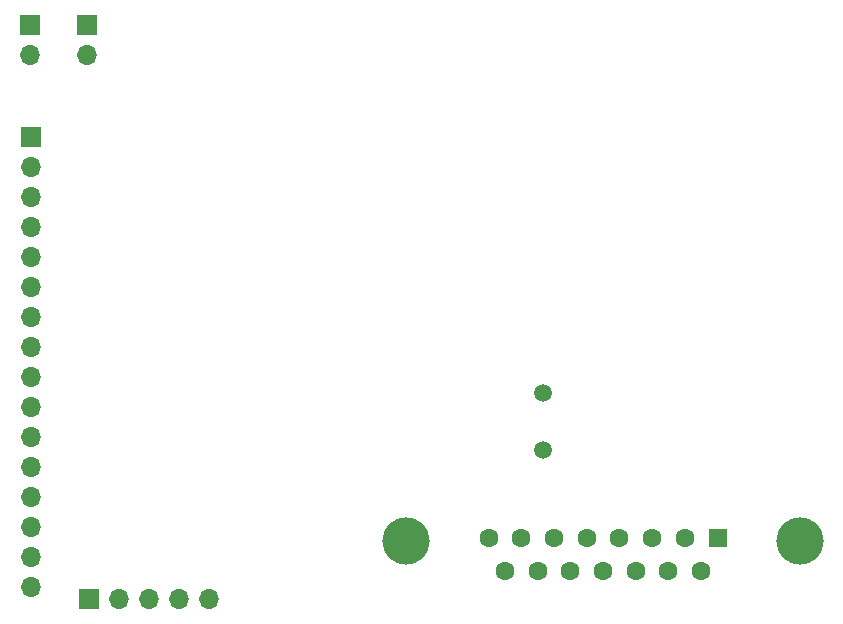
<source format=gbs>
%TF.GenerationSoftware,KiCad,Pcbnew,(5.1.10)-1*%
%TF.CreationDate,2021-11-09T21:57:45+08:00*%
%TF.ProjectId,CPLD-GPU,43504c44-2d47-4505-952e-6b696361645f,rev?*%
%TF.SameCoordinates,Original*%
%TF.FileFunction,Soldermask,Bot*%
%TF.FilePolarity,Negative*%
%FSLAX46Y46*%
G04 Gerber Fmt 4.6, Leading zero omitted, Abs format (unit mm)*
G04 Created by KiCad (PCBNEW (5.1.10)-1) date 2021-11-09 21:57:45*
%MOMM*%
%LPD*%
G01*
G04 APERTURE LIST*
%ADD10O,1.700000X1.700000*%
%ADD11R,1.700000X1.700000*%
%ADD12C,4.000000*%
%ADD13C,1.600000*%
%ADD14R,1.600000X1.600000*%
%ADD15C,1.500000*%
G04 APERTURE END LIST*
D10*
%TO.C,J5*%
X68960000Y-96200000D03*
X66420000Y-96200000D03*
X63880000Y-96200000D03*
X61340000Y-96200000D03*
D11*
X58800000Y-96200000D03*
%TD*%
D12*
%TO.C,J1*%
X118955000Y-91300000D03*
X85655000Y-91300000D03*
D13*
X93995000Y-93840000D03*
X96765000Y-93840000D03*
X99535000Y-93840000D03*
X102305000Y-93840000D03*
X105075000Y-93840000D03*
X107845000Y-93840000D03*
X110615000Y-93840000D03*
X92610000Y-91000000D03*
X95380000Y-91000000D03*
X98150000Y-91000000D03*
X100920000Y-91000000D03*
X103690000Y-91000000D03*
X106460000Y-91000000D03*
X109230000Y-91000000D03*
D14*
X112000000Y-91000000D03*
%TD*%
D15*
%TO.C,Y1*%
X97200000Y-78720000D03*
X97200000Y-83600000D03*
%TD*%
D10*
%TO.C,J6*%
X53900000Y-95200000D03*
X53900000Y-92660000D03*
X53900000Y-90120000D03*
X53900000Y-87580000D03*
X53900000Y-85040000D03*
X53900000Y-82500000D03*
X53900000Y-79960000D03*
X53900000Y-77420000D03*
X53900000Y-74880000D03*
X53900000Y-72340000D03*
X53900000Y-69800000D03*
X53900000Y-67260000D03*
X53900000Y-64720000D03*
X53900000Y-62180000D03*
X53900000Y-59640000D03*
D11*
X53900000Y-57100000D03*
%TD*%
D10*
%TO.C,J3*%
X58600000Y-50140000D03*
D11*
X58600000Y-47600000D03*
%TD*%
D10*
%TO.C,J2*%
X53800000Y-50140000D03*
D11*
X53800000Y-47600000D03*
%TD*%
M02*

</source>
